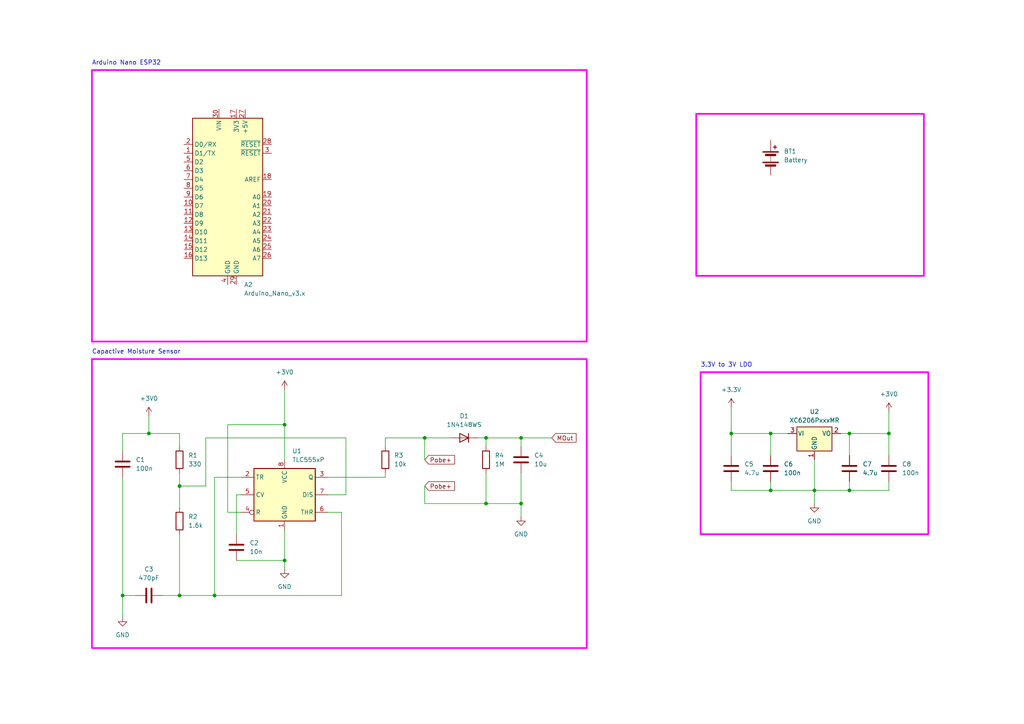
<source format=kicad_sch>
(kicad_sch (version 20230121) (generator eeschema)
  (paper "A4")
  (title_block (title "APWS-SP10-HW-Probe") (rev "Rev.1") (comment 1 "Jaime Sanchez") (comment 2 "Evan LeBel") (comment 3 "Ian Skillman") (comment 4 "Rodrigo Romero"))
  (lib_symbols
    (symbol "Device:Battery" (pin_numbers hide) (pin_names (offset 0) hide)
      (property "Reference" "BT" (at 2.54 2.54 0))
      (property "Value" "Battery" (at 2.54 0 0))
      (symbol "Battery_0_1"
        (rectangle (start -2.286 -1.27) (end 2.286 -1.524) (fill (type outline)))
        (rectangle (start -2.286 1.778) (end 2.286 1.524) (fill (type outline)))
        (rectangle (start -1.524 -2.032) (end 1.524 -2.54) (fill (type outline)))
        (rectangle (start -1.524 1.016) (end 1.524 0.508) (fill (type outline)))
        (polyline (pts (xy 0 -1.016) (xy 0 -0.762)))
        (polyline (pts (xy 0 -0.508) (xy 0 -0.254)))
        (polyline (pts (xy 0 0) (xy 0 0.254)))
        (polyline (pts (xy 0 1.778) (xy 0 2.54)))
        (polyline (pts (xy 0.762 3.048) (xy 1.778 3.048)) (stroke (width 0.254)))
        (polyline (pts (xy 1.27 3.556) (xy 1.27 2.54)) (stroke (width 0.254)))
      )
      (symbol "Battery_1_1"
        (pin passive line (at 0 5.08 270) (length 2.54) (name "+") (number "1"))
        (pin passive line (at 0 -5.08 90) (length 2.54) (name "-") (number "2"))
      )
    )
    (symbol "Device:C" (pin_numbers hide) (pin_names (offset 0.254))
      (property "Reference" "C" (at 0.635 2.54 0))
      (property "Value" "C" (at 0.635 -2.54 0))
      (symbol "C_0_1"
        (polyline (pts (xy -2.032 -0.762) (xy 2.032 -0.762)) (stroke (width 0.508)))
        (polyline (pts (xy -2.032 0.762) (xy 2.032 0.762)) (stroke (width 0.508)))
      )
      (symbol "C_1_1"
        (pin passive line (at 0 3.81 270) (length 2.794) (name "~") (number "1"))
        (pin passive line (at 0 -3.81 90) (length 2.794) (name "~") (number "2"))
      )
    )
    (symbol "Device:R" (pin_numbers hide) (pin_names (offset 0))
      (property "Reference" "R" (at 2.032 0 90))
      (property "Value" "R" (at 0 0 90))
      (symbol "R_0_1"
        (rectangle (start -1.016 -2.54) (end 1.016 2.54) (stroke (width 0.254)))
      )
      (symbol "R_1_1"
        (pin passive line (at 0 3.81 270) (length 1.27) (name "~") (number "1"))
        (pin passive line (at 0 -3.81 90) (length 1.27) (name "~") (number "2"))
      )
    )
    (symbol "Diode:1N4148WS" (pin_numbers hide) (pin_names hide)
      (property "Reference" "D" (at 0 2.54 0))
      (property "Value" "1N4148WS" (at 0 -2.54 0))
      (symbol "1N4148WS_0_1"
        (polyline (pts (xy -1.27 1.27) (xy -1.27 -1.27)) (stroke (width 0.254)))
        (polyline (pts (xy 1.27 0) (xy -1.27 0)))
        (polyline (pts (xy 1.27 1.27) (xy 1.27 -1.27) (xy -1.27 0) (xy 1.27 1.27)) (stroke (width 0.254)))
      )
      (symbol "1N4148WS_1_1"
        (pin passive line (at -3.81 0 0) (length 2.54) (name "K") (number "1"))
        (pin passive line (at 3.81 0 180) (length 2.54) (name "A") (number "2"))
      )
    )
    (symbol "MCU_Module:Arduino_Nano_v3.x"
      (property "Reference" "A" (at -10.16 23.495 0))
      (property "Value" "Arduino_Nano_v3.x" (at 5.08 -24.13 0))
      (symbol "Arduino_Nano_v3.x_0_1"
        (rectangle (start -10.16 22.86) (end 10.16 -22.86) (stroke (width 0.254)) (fill (type background)))
      )
      (symbol "Arduino_Nano_v3.x_1_1"
        (pin bidirectional line (at -12.7 12.7 0) (length 2.54) (name "D1/TX") (number "1"))
        (pin bidirectional line (at -12.7 -2.54 0) (length 2.54) (name "D7") (number "10"))
        (pin bidirectional line (at -12.7 -5.08 0) (length 2.54) (name "D8") (number "11"))
        (pin bidirectional line (at -12.7 -7.62 0) (length 2.54) (name "D9") (number "12"))
        (pin bidirectional line (at -12.7 -10.16 0) (length 2.54) (name "D10") (number "13"))
        (pin bidirectional line (at -12.7 -12.7 0) (length 2.54) (name "D11") (number "14"))
        (pin bidirectional line (at -12.7 -15.24 0) (length 2.54) (name "D12") (number "15"))
        (pin bidirectional line (at -12.7 -17.78 0) (length 2.54) (name "D13") (number "16"))
        (pin power_out line (at 2.54 25.4 270) (length 2.54) (name "3V3") (number "17"))
        (pin input line (at 12.7 5.08 180) (length 2.54) (name "AREF") (number "18"))
        (pin bidirectional line (at 12.7 0 180) (length 2.54) (name "A0") (number "19"))
        (pin bidirectional line (at -12.7 15.24 0) (length 2.54) (name "D0/RX") (number "2"))
        (pin bidirectional line (at 12.7 -2.54 180) (length 2.54) (name "A1") (number "20"))
        (pin bidirectional line (at 12.7 -5.08 180) (length 2.54) (name "A2") (number "21"))
        (pin bidirectional line (at 12.7 -7.62 180) (length 2.54) (name "A3") (number "22"))
        (pin bidirectional line (at 12.7 -10.16 180) (length 2.54) (name "A4") (number "23"))
        (pin bidirectional line (at 12.7 -12.7 180) (length 2.54) (name "A5") (number "24"))
        (pin bidirectional line (at 12.7 -15.24 180) (length 2.54) (name "A6") (number "25"))
        (pin bidirectional line (at 12.7 -17.78 180) (length 2.54) (name "A7") (number "26"))
        (pin power_out line (at 5.08 25.4 270) (length 2.54) (name "+5V") (number "27"))
        (pin input line (at 12.7 15.24 180) (length 2.54) (name "~{RESET}") (number "28"))
        (pin power_in line (at 2.54 -25.4 90) (length 2.54) (name "GND") (number "29"))
        (pin input line (at 12.7 12.7 180) (length 2.54) (name "~{RESET}") (number "3"))
        (pin power_in line (at -2.54 25.4 270) (length 2.54) (name "VIN") (number "30"))
        (pin power_in line (at 0 -25.4 90) (length 2.54) (name "GND") (number "4"))
        (pin bidirectional line (at -12.7 10.16 0) (length 2.54) (name "D2") (number "5"))
        (pin bidirectional line (at -12.7 7.62 0) (length 2.54) (name "D3") (number "6"))
        (pin bidirectional line (at -12.7 5.08 0) (length 2.54) (name "D4") (number "7"))
        (pin bidirectional line (at -12.7 2.54 0) (length 2.54) (name "D5") (number "8"))
        (pin bidirectional line (at -12.7 0 0) (length 2.54) (name "D6") (number "9"))
      )
    )
    (symbol "Regulator_Linear:XC6206PxxxMR" (pin_names (offset 0.254))
      (property "Reference" "U" (at -3.81 3.175 0))
      (property "Value" "XC6206PxxxMR" (at 0 3.175 0))
      (symbol "XC6206PxxxMR_0_1"
        (rectangle (start -5.08 1.905) (end 5.08 -5.08) (stroke (width 0.254)) (fill (type background)))
      )
      (symbol "XC6206PxxxMR_1_1"
        (pin power_in line (at 0 -7.62 90) (length 2.54) (name "GND") (number "1"))
        (pin power_out line (at 7.62 0 180) (length 2.54) (name "VO") (number "2"))
        (pin power_in line (at -7.62 0 0) (length 2.54) (name "VI") (number "3"))
      )
    )
    (symbol "Timer:TLC555xP"
      (property "Reference" "U" (at -10.16 8.89 0))
      (property "Value" "TLC555xP" (at 2.54 8.89 0))
      (symbol "TLC555xP_0_0"
        (pin power_in line (at 0 -10.16 90) (length 2.54) (name "GND") (number "1"))
        (pin power_in line (at 0 10.16 270) (length 2.54) (name "VCC") (number "8"))
      )
      (symbol "TLC555xP_0_1"
        (rectangle (start -8.89 -7.62) (end 8.89 7.62) (stroke (width 0.254)) (fill (type background)))
        (rectangle (start -8.89 -7.62) (end 8.89 7.62) (stroke (width 0.254)) (fill (type background)))
      )
      (symbol "TLC555xP_1_1"
        (pin input line (at -12.7 5.08 0) (length 3.81) (name "TR") (number "2"))
        (pin output line (at 12.7 5.08 180) (length 3.81) (name "Q") (number "3"))
        (pin input inverted (at -12.7 -5.08 0) (length 3.81) (name "R") (number "4"))
        (pin input line (at -12.7 0 0) (length 3.81) (name "CV") (number "5"))
        (pin input line (at 12.7 -5.08 180) (length 3.81) (name "THR") (number "6"))
        (pin input line (at 12.7 0 180) (length 3.81) (name "DIS") (number "7"))
      )
    )
    (symbol "power:+3.3V" (power) (pin_names (offset 0))
      (property "Value" "+3.3V" (at 0 3.556 0))
      (symbol "+3.3V_0_1"
        (polyline (pts (xy -0.762 1.27) (xy 0 2.54)))
        (polyline (pts (xy 0 0) (xy 0 2.54)))
        (polyline (pts (xy 0 2.54) (xy 0.762 1.27)))
      )
      (symbol "+3.3V_1_1"
        (pin power_in line (at 0 0 90) (length 0) hide (name "+3.3V") (number "1"))
      )
    )
    (symbol "power:+3V0" (power) (pin_names (offset 0))
      (property "Value" "+3V0" (at 0 3.556 0))
      (symbol "+3V0_0_1"
        (polyline (pts (xy -0.762 1.27) (xy 0 2.54)))
        (polyline (pts (xy 0 0) (xy 0 2.54)))
        (polyline (pts (xy 0 2.54) (xy 0.762 1.27)))
      )
      (symbol "+3V0_1_1"
        (pin power_in line (at 0 0 90) (length 0) hide (name "+3V0") (number "1"))
      )
    )
    (symbol "power:GND" (power) (pin_names (offset 0))
      (property "Value" "GND" (at 0 -3.81 0))
      (symbol "GND_0_1"
        (polyline (pts (xy 0 0) (xy 0 -1.27) (xy 1.27 -1.27) (xy 0 -2.54) (xy -1.27 -1.27) (xy 0 -1.27)))
      )
      (symbol "GND_1_1"
        (pin power_in line (at 0 0 270) (length 0) hide (name "GND") (number "1"))
      )
    )
  )
  (junction (at 62.23 172.72))
  (junction (at 236.22 142.24))
  (junction (at 151.13 127))
  (junction (at 52.07 140.97))
  (junction (at 82.55 162.56))
  (junction (at 151.13 146.05))
  (junction (at 35.56 172.72))
  (junction (at 123.19 127))
  (junction (at 257.81 125.73))
  (junction (at 223.52 142.24))
  (junction (at 43.18 125.73))
  (junction (at 212.09 125.73))
  (junction (at 52.07 172.72))
  (junction (at 246.38 142.24))
  (junction (at 82.55 123.19))
  (junction (at 223.52 125.73))
  (junction (at 246.38 125.73))
  (junction (at 140.97 127))
  (junction (at 140.97 146.05))
  (wire (pts (xy 100.33 127) (xy 59.69 127)))
  (wire (pts (xy 95.25 148.59) (xy 99.06 148.59)))
  (wire (pts (xy 52.07 147.32) (xy 52.07 140.97)))
  (wire (pts (xy 43.18 120.65) (xy 43.18 125.73)))
  (wire (pts (xy 82.55 113.03) (xy 82.55 123.19)))
  (wire (pts (xy 111.76 127) (xy 123.19 127)))
  (wire (pts (xy 68.58 162.56) (xy 82.55 162.56)))
  (wire (pts (xy 82.55 123.19) (xy 82.55 133.35)))
  (wire (pts (xy 246.38 125.73) (xy 246.38 132.08)))
  (wire (pts (xy 140.97 146.05) (xy 151.13 146.05)))
  (wire (pts (xy 123.19 146.05) (xy 140.97 146.05)))
  (wire (pts (xy 82.55 153.67) (xy 82.55 162.56)))
  (wire (pts (xy 95.25 138.43) (xy 111.76 138.43)))
  (wire (pts (xy 82.55 162.56) (xy 82.55 165.1)))
  (wire (pts (xy 59.69 140.97) (xy 52.07 140.97)))
  (wire (pts (xy 246.38 139.7) (xy 246.38 142.24)))
  (wire (pts (xy 35.56 172.72) (xy 39.37 172.72)))
  (wire (pts (xy 52.07 125.73) (xy 43.18 125.73)))
  (wire (pts (xy 257.81 125.73) (xy 257.81 132.08)))
  (wire (pts (xy 236.22 133.35) (xy 236.22 142.24)))
  (wire (pts (xy 257.81 142.24) (xy 257.81 139.7)))
  (wire (pts (xy 35.56 138.43) (xy 35.56 172.72)))
  (wire (pts (xy 59.69 127) (xy 59.69 140.97)))
  (wire (pts (xy 123.19 140.97) (xy 123.19 146.05)))
  (wire (pts (xy 111.76 138.43) (xy 111.76 137.16)))
  (wire (pts (xy 52.07 137.16) (xy 52.07 140.97)))
  (wire (pts (xy 35.56 172.72) (xy 35.56 179.07)))
  (wire (pts (xy 228.6 125.73) (xy 223.52 125.73)))
  (wire (pts (xy 52.07 154.94) (xy 52.07 172.72)))
  (wire (pts (xy 212.09 142.24) (xy 223.52 142.24)))
  (wire (pts (xy 243.84 125.73) (xy 246.38 125.73)))
  (wire (pts (xy 62.23 138.43) (xy 62.23 172.72)))
  (wire (pts (xy 140.97 127) (xy 140.97 129.54)))
  (wire (pts (xy 223.52 142.24) (xy 236.22 142.24)))
  (wire (pts (xy 212.09 125.73) (xy 212.09 118.11)))
  (wire (pts (xy 62.23 138.43) (xy 69.85 138.43)))
  (wire (pts (xy 123.19 127) (xy 123.19 133.35)))
  (wire (pts (xy 66.04 148.59) (xy 66.04 123.19)))
  (wire (pts (xy 99.06 148.59) (xy 99.06 172.72)))
  (wire (pts (xy 236.22 142.24) (xy 236.22 146.05)))
  (wire (pts (xy 151.13 127) (xy 160.02 127)))
  (wire (pts (xy 151.13 137.16) (xy 151.13 146.05)))
  (wire (pts (xy 212.09 125.73) (xy 212.09 132.08)))
  (wire (pts (xy 100.33 143.51) (xy 100.33 127)))
  (wire (pts (xy 151.13 146.05) (xy 151.13 149.86)))
  (wire (pts (xy 52.07 125.73) (xy 52.07 129.54)))
  (wire (pts (xy 68.58 143.51) (xy 68.58 154.94)))
  (wire (pts (xy 140.97 127) (xy 151.13 127)))
  (wire (pts (xy 66.04 123.19) (xy 82.55 123.19)))
  (wire (pts (xy 223.52 139.7) (xy 223.52 142.24)))
  (wire (pts (xy 35.56 125.73) (xy 43.18 125.73)))
  (wire (pts (xy 35.56 125.73) (xy 35.56 130.81)))
  (wire (pts (xy 111.76 129.54) (xy 111.76 127)))
  (wire (pts (xy 123.19 127) (xy 130.81 127)))
  (wire (pts (xy 257.81 125.73) (xy 257.81 119.38)))
  (wire (pts (xy 46.99 172.72) (xy 52.07 172.72)))
  (wire (pts (xy 223.52 125.73) (xy 212.09 125.73)))
  (wire (pts (xy 246.38 142.24) (xy 257.81 142.24)))
  (wire (pts (xy 246.38 125.73) (xy 257.81 125.73)))
  (wire (pts (xy 52.07 172.72) (xy 62.23 172.72)))
  (wire (pts (xy 236.22 142.24) (xy 246.38 142.24)))
  (wire (pts (xy 69.85 143.51) (xy 68.58 143.51)))
  (wire (pts (xy 99.06 172.72) (xy 62.23 172.72)))
  (wire (pts (xy 140.97 146.05) (xy 140.97 137.16)))
  (wire (pts (xy 212.09 139.7) (xy 212.09 142.24)))
  (wire (pts (xy 69.85 148.59) (xy 66.04 148.59)))
  (wire (pts (xy 151.13 127) (xy 151.13 129.54)))
  (wire (pts (xy 223.52 125.73) (xy 223.52 132.08)))
  (wire (pts (xy 138.43 127) (xy 140.97 127)))
  (wire (pts (xy 100.33 143.51) (xy 95.25 143.51)))
  (rectangle (start 203.2 107.95) (end 269.24 154.94) (stroke (width 0.5) (color 255 0 255 1)))
  (rectangle (start 26.67 104.14) (end 170.18 187.96) (stroke (width 0.5) (color 255 0 255 1)))
  (rectangle (start 201.93 33.02) (end 267.97 80.01) (stroke (width 0.5) (color 255 0 255 1)))
  (rectangle (start 26.67 20.32) (end 170.18 99.06) (stroke (width 0.5) (color 255 0 255 1)))
  (text "3.3V to 3V LDO" (at 203.2 106.68 0) (effects (font (size 1.27 1.27)) (justify left bottom)))
  (text "Arduino Nano ESP32" (at 26.67 19.05 0) (effects (font (size 1.27 1.27)) (justify left bottom)))
  (text "Capactive Moisture Sensor" (at 26.67 102.87 0) (effects (font (size 1.27 1.27)) (justify left bottom)))
  (global_label "MOut" (shape input) (at 160.02 127 0) (property "Intersheetrefs" "${INTERSHEET_REFS}" (effects hide)))
  (global_label "Pobe+" (shape input) (at 123.19 133.35 0) (property "Intersheetrefs" "${INTERSHEET_REFS}" (effects hide)))
  (global_label "Pobe+" (shape input) (at 123.19 140.97 0) (property "Intersheetrefs" "${INTERSHEET_REFS}" (effects hide)))
  (symbol (lib_id "Timer:TLC555xP") (at 82.55 143.51 0) (unit 1)
    (property "Reference" "U1" (at 84.7441 130.81 0) (effects (justify left)))
    (property "Value" "TLC555xP" (at 84.7441 133.35 0) (effects (justify left)))
    (property "Footprint" "Package_DIP:DIP-8_W7.62mm" (effects hide))
    (property "Datasheet" "http://www.ti.com/lit/ds/symlink/tlc555.pdf" (effects hide))
  )
  (symbol (lib_id "Regulator_Linear:XC6206PxxxMR") (at 236.22 125.73 0) (unit 1)
    (property "Reference" "U2" (at 236.22 119.38 0))
    (property "Value" "XC6206PxxxMR" (at 236.22 121.92 0))
    (property "Footprint" "Package_TO_SOT_SMD:SOT-23-3" (effects hide))
    (property "Datasheet" "https://www.torexsemi.com/file/xc6206/XC6206.pdf" (effects hide))
  )
  (symbol (lib_id "Device:C") (at 68.58 158.75 0) (unit 1)
    (property "Reference" "C2" (at 72.39 157.48 0) (effects (justify left)))
    (property "Value" "10n" (at 72.39 160.02 0) (effects (justify left)))
    (property "Footprint" "Capacitor_THT:C_Disc_D3.0mm_W1.6mm_P2.50mm" (effects hide))
  )
  (symbol (lib_id "Diode:1N4148WS") (at 134.62 127 180) (unit 1)
    (property "Reference" "D1" (at 134.62 120.65 0))
    (property "Value" "1N4148WS" (at 134.62 123.19 0))
    (property "Footprint" "Diode_SMD:D_SOD-323" (effects hide))
    (property "Datasheet" "https://www.vishay.com/docs/85751/1n4148ws.pdf" (effects hide))
    (property "Sim.Device" "D" (effects hide))
    (property "Sim.Pins" "1=K 2=A" (effects hide))
  )
  (symbol (lib_id "Device:C") (at 246.38 135.89 0) (unit 1)
    (property "Reference" "C7" (at 250.19 134.62 0) (effects (justify left)))
    (property "Value" "4.7u" (at 250.19 137.16 0) (effects (justify left)))
    (property "Footprint" "Capacitor_THT:C_Disc_D3.0mm_W1.6mm_P2.50mm" (effects hide))
  )
  (symbol (lib_id "power:+3V0") (at 257.81 119.38 0) (unit 1)
    (property "Reference" "#PWR07" (effects hide))
    (property "Value" "+3V0" (at 257.81 114.3 0))
  )
  (symbol (lib_id "power:GND") (at 35.56 179.07 0) (unit 1)
    (property "Reference" "#PWR04" (effects hide))
    (property "Value" "GND" (at 35.56 184.15 0))
  )
  (symbol (lib_id "power:+3V0") (at 43.18 120.65 0) (unit 1)
    (property "Reference" "#PWR02" (effects hide))
    (property "Value" "+3V0" (at 43.18 115.57 0))
  )
  (symbol (lib_id "power:+3.3V") (at 212.09 118.11 0) (unit 1)
    (property "Reference" "#PWR06" (effects hide))
    (property "Value" "+3.3V" (at 212.09 113.03 0))
  )
  (symbol (lib_id "Device:R") (at 52.07 151.13 180) (unit 1)
    (property "Reference" "R2" (at 54.61 149.86 0) (effects (justify right)))
    (property "Value" "1.6k" (at 54.61 152.4 0) (effects (justify right)))
    (property "Footprint" "Resistor_THT:R_Axial_DIN0204_L3.6mm_D1.6mm_P5.08mm_Horizontal" (effects hide))
  )
  (symbol (lib_id "power:GND") (at 151.13 149.86 0) (unit 1)
    (property "Reference" "#PWR05" (effects hide))
    (property "Value" "GND" (at 151.13 154.94 0))
  )
  (symbol (lib_id "Device:C") (at 151.13 133.35 0) (unit 1)
    (property "Reference" "C4" (at 154.94 132.08 0) (effects (justify left)))
    (property "Value" "10u" (at 154.94 134.62 0) (effects (justify left)))
    (property "Footprint" "Capacitor_THT:C_Disc_D3.0mm_W1.6mm_P2.50mm" (effects hide))
  )
  (symbol (lib_id "power:GND") (at 82.55 165.1 0) (unit 1)
    (property "Reference" "#PWR01" (effects hide))
    (property "Value" "GND" (at 82.55 170.18 0))
  )
  (symbol (lib_id "Device:C") (at 43.18 172.72 90) (unit 1)
    (property "Reference" "C3" (at 43.18 165.1 90))
    (property "Value" "470pF" (at 43.18 167.64 90))
    (property "Footprint" "Capacitor_THT:C_Disc_D3.0mm_W1.6mm_P2.50mm" (effects hide))
  )
  (symbol (lib_id "Device:C") (at 35.56 134.62 180) (unit 1)
    (property "Reference" "C1" (at 39.37 133.35 0) (effects (justify right)))
    (property "Value" "100n" (at 39.37 135.89 0) (effects (justify right)))
    (property "Footprint" "Capacitor_THT:C_Disc_D3.0mm_W1.6mm_P2.50mm" (effects hide))
  )
  (symbol (lib_id "power:+3V0") (at 82.55 113.03 0) (unit 1)
    (property "Reference" "#PWR03" (effects hide))
    (property "Value" "+3V0" (at 82.55 107.95 0))
  )
  (symbol (lib_id "Device:Battery") (at 223.52 45.72 0) (unit 1)
    (property "Reference" "BT1" (at 227.33 43.8785 0) (effects (justify left)))
    (property "Value" "Battery" (at 227.33 46.4185 0) (effects (justify left)))
  )
  (symbol (lib_id "Device:R") (at 52.07 133.35 0) (unit 1)
    (property "Reference" "R1" (at 54.61 132.08 0) (effects (justify left)))
    (property "Value" "330" (at 54.61 134.62 0) (effects (justify left)))
    (property "Footprint" "Resistor_THT:R_Axial_DIN0204_L3.6mm_D1.6mm_P5.08mm_Horizontal" (effects hide))
  )
  (symbol (lib_id "Device:C") (at 212.09 135.89 0) (unit 1)
    (property "Reference" "C5" (at 215.9 134.62 0) (effects (justify left)))
    (property "Value" "4.7u" (at 215.9 137.16 0) (effects (justify left)))
    (property "Footprint" "Capacitor_THT:C_Disc_D3.0mm_W1.6mm_P2.50mm" (effects hide))
  )
  (symbol (lib_id "Device:C") (at 257.81 135.89 0) (unit 1)
    (property "Reference" "C8" (at 261.62 134.62 0) (effects (justify left)))
    (property "Value" "100n" (at 261.62 137.16 0) (effects (justify left)))
    (property "Footprint" "Capacitor_THT:C_Disc_D3.0mm_W1.6mm_P2.50mm" (effects hide))
  )
  (symbol (lib_id "power:GND") (at 236.22 146.05 0) (unit 1)
    (property "Reference" "#PWR08" (effects hide))
    (property "Value" "GND" (at 236.22 151.13 0))
  )
  (symbol (lib_id "Device:R") (at 140.97 133.35 180) (unit 1)
    (property "Reference" "R4" (at 143.51 132.08 0) (effects (justify right)))
    (property "Value" "1M" (at 143.51 134.62 0) (effects (justify right)))
    (property "Footprint" "Resistor_THT:R_Axial_DIN0204_L3.6mm_D1.6mm_P5.08mm_Horizontal" (effects hide))
  )
  (symbol (lib_id "Device:C") (at 223.52 135.89 0) (unit 1)
    (property "Reference" "C6" (at 227.33 134.62 0) (effects (justify left)))
    (property "Value" "100n" (at 227.33 137.16 0) (effects (justify left)))
    (property "Footprint" "Capacitor_THT:C_Disc_D3.0mm_W1.6mm_P2.50mm" (effects hide))
  )
  (symbol (lib_id "MCU_Module:Arduino_Nano_v3.x") (at 66.04 57.15 0) (unit 1)
    (property "Reference" "A2" (at 70.7741 82.55 0) (effects (justify left)))
    (property "Value" "Arduino_Nano_v3.x" (at 70.7741 85.09 0) (effects (justify left)))
    (property "Footprint" "Module:Arduino_Nano" (effects hide))
    (property "Datasheet" "http://www.mouser.com/pdfdocs/Gravitech_Arduino_Nano3_0.pdf" (effects hide))
  )
  (symbol (lib_id "Device:R") (at 111.76 133.35 180) (unit 1)
    (property "Reference" "R3" (at 114.3 132.08 0) (effects (justify right)))
    (property "Value" "10k" (at 114.3 134.62 0) (effects (justify right)))
    (property "Footprint" "Resistor_THT:R_Axial_DIN0204_L3.6mm_D1.6mm_P5.08mm_Horizontal" (effects hide))
  )
)
</source>
